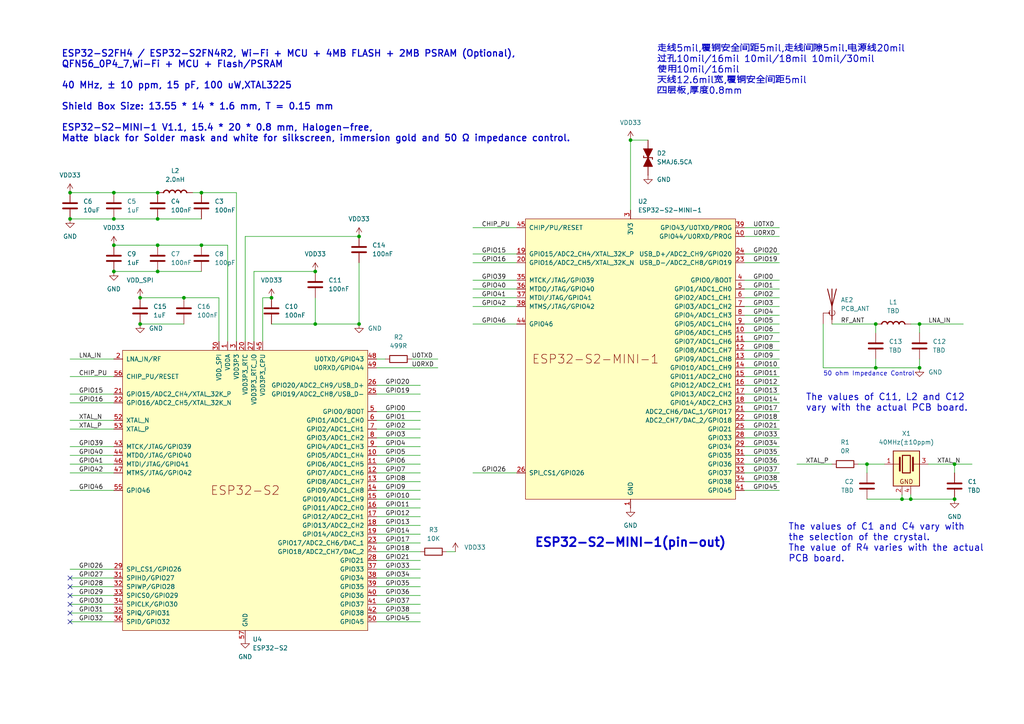
<source format=kicad_sch>
(kicad_sch (version 20250114) (generator "eeschema") (generator_version "9.0")
  (paper "A4")
  (lib_symbols
    (symbol "Device:Antenna_Shield" (pin_numbers (hide yes)) (pin_names (offset 1.016) (hide yes))
      (property "Reference" "AE" (at -1.905 4.445 0))
      (property "Value" "Antenna_Shield" (at -1.905 2.54 0))
      (symbol "Antenna_Shield_0_1"
        (arc (start 0 -2.667) (mid -0.8485 -2.1032) (end -0.508 -1.143))
        (polyline (pts (xy 0 5.08) (xy 0 -3.81)) (stroke (width 0.254)))
        (polyline (pts (xy 0 -2.54) (xy 0 0)))
        (arc (start 0.508 -1.143) (mid 0.8046 -2.0885) (end 0 -2.667))
        (polyline (pts (xy 0.762 -1.905) (xy 2.54 -1.905)))
        (circle (center 0.762 -1.905) (radius 0.1778) (fill (type outline)))
        (polyline (pts (xy 1.27 5.08) (xy 0 0) (xy -1.27 5.08)) (stroke (width 0.254)))
        (polyline (pts (xy 2.54 -2.54) (xy 2.54 -1.905)))
      )
      (symbol "Antenna_Shield_1_1"
        (pin input line (at 0 -5.08 90) (length 2.54) (name "A") (number "1"))
        (pin input line (at 2.54 -5.08 90) (length 2.54) (name "Shield") (number "2"))
      )
    )
    (symbol "PCM_Capacitor_AKL:C_1206" (pin_numbers (hide yes)) (pin_names (offset 0.254))
      (property "Reference" "C" (at 0.635 2.54 0))
      (property "Value" "C_1206" (at 0.635 -2.54 0))
      (symbol "C_1206_0_1"
        (polyline (pts (xy -2.032 0.762) (xy 2.032 0.762)) (stroke (width 0.508)))
        (polyline (pts (xy -2.032 -0.762) (xy 2.032 -0.762)) (stroke (width 0.508)))
      )
      (symbol "C_1206_0_2"
        (polyline (pts (xy -2.54 -2.54) (xy -0.381 -0.381)))
        (polyline (pts (xy -0.508 -0.508) (xy -1.651 0.635)) (stroke (width 0.508)))
        (polyline (pts (xy -0.508 -0.508) (xy 0.635 -1.651)) (stroke (width 0.508)))
        (polyline (pts (xy 0.381 0.381) (xy 2.54 2.54)))
        (polyline (pts (xy 0.508 0.508) (xy -0.635 1.651)) (stroke (width 0.508)))
        (polyline (pts (xy 0.508 0.508) (xy 1.651 -0.635)) (stroke (width 0.508)))
      )
      (symbol "C_1206_1_1"
        (pin passive line (at 0 3.81 270) (length 2.794) (name "~") (number "1"))
        (pin passive line (at 0 -3.81 90) (length 2.794) (name "~") (number "2"))
      )
      (symbol "C_1206_1_2"
        (pin passive line (at -2.54 -2.54 90) (length 0) (name "~") (number "2"))
        (pin passive line (at 2.54 2.54 270) (length 0) (name "~") (number "1"))
      )
    )
    (symbol "PCM_Crystal_AKL:SMD3225-4" (pin_names (offset 1.016) (hide yes))
      (property "Reference" "X" (at 0 8.89 0))
      (property "Value" "SMD3225-4" (at 0 6.35 0))
      (symbol "SMD3225-4_0_1"
        (rectangle (start -3.81 3.81) (end 3.81 -6.35) (stroke (width 0.254)) (fill (type background)))
        (polyline (pts (xy -3.81 0) (xy -1.905 0)))
        (polyline (pts (xy -1.905 -1.905) (xy -1.905 1.905)) (stroke (width 0.508)))
        (rectangle (start -1.143 2.54) (end 1.143 -2.54) (stroke (width 0.3048)))
        (polyline (pts (xy 1.905 -1.905) (xy 1.905 1.905)) (stroke (width 0.508)))
        (polyline (pts (xy 3.81 0) (xy 1.905 0)))
        (text "GND" (at 0 -5.08 0) (effects (font (size 1.27 1.27))))
      )
      (symbol "SMD3225-4_1_1"
        (pin passive line (at -6.35 0 0) (length 2.54) (name "1") (number "1"))
        (pin passive line (at -1.27 -8.89 90) (length 2.54) (name "2") (number "2"))
        (pin passive line (at 1.27 -8.89 90) (length 2.54) (name "4") (number "4"))
        (pin passive line (at 6.35 0 180) (length 2.54) (name "3") (number "3"))
      )
    )
    (symbol "PCM_Diode_TVS_AKL:SMAJ6.5CA" (pin_numbers (hide yes)) (pin_names (offset 1.016) (hide yes))
      (property "Reference" "D" (at 0 5.08 0))
      (property "Value" "SMAJ6.5CA" (at 0 2.54 0))
      (symbol "SMAJ6.5CA_0_1"
        (polyline (pts (xy 0 1.27) (xy 0 -1.27)) (stroke (width 0.254)))
        (polyline (pts (xy 0 1.27) (xy 0.508 1.27)) (stroke (width 0.254)))
        (polyline (pts (xy 0 0) (xy -2.54 1.27) (xy -2.54 -1.27) (xy 0 0)) (stroke (width 0.254)) (fill (type outline)))
        (polyline (pts (xy 0 -1.27) (xy -0.508 -1.27)) (stroke (width 0.254)))
        (polyline (pts (xy 1.27 0) (xy -1.27 0)))
        (polyline (pts (xy 2.54 1.27) (xy 2.54 -1.27) (xy 0 0) (xy 2.54 1.27)) (stroke (width 0.254)) (fill (type outline)))
      )
      (symbol "SMAJ6.5CA_0_2"
        (polyline (pts (xy -3.81 -3.81) (xy 3.81 3.81)))
        (polyline (pts (xy -1.778 -1.778) (xy -2.667 -0.889) (xy 0 0) (xy -0.889 -2.667) (xy -1.778 -1.778)) (stroke (width 0.254)) (fill (type outline)))
        (polyline (pts (xy -0.889 0.889) (xy -1.27 0.508)) (stroke (width 0.254)))
        (polyline (pts (xy -0.889 0.889) (xy 0.889 -0.889)) (stroke (width 0.254)))
        (polyline (pts (xy 0.889 -0.889) (xy 1.27 -0.508)) (stroke (width 0.254)))
        (polyline (pts (xy 1.778 1.778) (xy 2.667 0.889) (xy 0 0) (xy 0.889 2.667) (xy 1.778 1.778)) (stroke (width 0.254)) (fill (type outline)))
      )
      (symbol "SMAJ6.5CA_1_1"
        (pin passive line (at -5.08 0 0) (length 2.54) (name "K") (number "1"))
        (pin passive line (at 5.08 0 180) (length 2.54) (name "A") (number "2"))
      )
      (symbol "SMAJ6.5CA_1_2"
        (pin passive line (at -3.81 -3.81 0) (length 0) (name "A") (number "2"))
        (pin passive line (at 3.81 3.81 180) (length 0) (name "K") (number "1"))
      )
    )
    (symbol "PCM_Elektuur:L" (pin_numbers (hide yes)) (pin_names (offset 0) (hide yes))
      (property "Reference" "L" (at 2.54 3.175 0))
      (property "Value" "L" (at 2.54 -3.175 0))
      (symbol "L_1_0"
        (arc (start 0 3.302) (mid 0.6604 2.5146) (end 0 1.7272) (stroke (width 0.254)))
        (arc (start 0 1.6256) (mid 0.6604 0.8382) (end 0 0.0508) (stroke (width 0.254)))
        (arc (start 0 -0.0508) (mid 0.6604 -0.8382) (end 0 -1.6256) (stroke (width 0.254)))
        (arc (start 0 -1.7272) (mid 0.6604 -2.5146) (end 0 -3.302) (stroke (width 0.254)))
        (arc (start 0 3.4036) (mid 0.762 2.5146) (end 0 1.6256) (stroke (width 0.254)))
        (arc (start 0 1.7272) (mid 0.762 0.8382) (end 0 -0.0508) (stroke (width 0.254)))
        (arc (start 0 0.0508) (mid 0.762 -0.8382) (end 0 -1.7272) (stroke (width 0.254)))
        (arc (start 0 -1.6256) (mid 0.762 -2.5146) (end 0 -3.4036) (stroke (width 0.254)))
        (polyline (pts (xy 0 3.5052) (xy 0 3.302)) (stroke (width 0.254)))
        (polyline (pts (xy 0 1.7272) (xy 0 1.6256)) (stroke (width 0.254)))
        (polyline (pts (xy 0 0.0508) (xy 0 -0.0508)) (stroke (width 0.254)))
        (polyline (pts (xy 0 -1.6256) (xy 0 -1.7272)) (stroke (width 0.254)))
        (polyline (pts (xy 0 -3.302) (xy 0 -3.5052)) (stroke (width 0.254)))
        (pin passive line (at 0 5.08 270) (length 1.5748) (name "+") (number "1"))
        (pin passive line (at 0 -5.08 90) (length 1.5748) (name "-") (number "2"))
      )
      (symbol "L_1_2"
        (rectangle (start 1.524 3.3782) (end 1.9812 -3.3782) (stroke (width 0.254)) (fill (type outline)))
      )
      (symbol "L_1_3"
        (rectangle (start 1.524 3.0988) (end 1.9812 1.9304) (stroke (width 0.254)) (fill (type outline)))
        (rectangle (start 1.524 1.4224) (end 1.9812 0.254) (stroke (width 0.254)) (fill (type outline)))
        (rectangle (start 1.524 -0.254) (end 1.9812 -1.4224) (stroke (width 0.254)) (fill (type outline)))
        (rectangle (start 1.524 -1.9304) (end 1.9812 -3.0988) (stroke (width 0.254)) (fill (type outline)))
      )
    )
    (symbol "PCM_Espressif:ESP32-S2" (pin_names (offset 1.016))
      (property "Reference" "U" (at -35.56 45.72 0))
      (property "Value" "ESP32-S2" (at -35.56 43.18 0))
      (symbol "ESP32-S2_0_0"
        (text "ESP32-S2" (at 0 0 0) (effects (font (size 2.54 2.54))))
      )
      (symbol "ESP32-S2_0_1"
        (rectangle (start -35.56 40.64) (end 35.56 -40.64) (fill (type background)))
      )
      (symbol "ESP32-S2_1_1"
        (pin bidirectional line (at -38.1 38.1 0) (length 2.54) (name "LNA_IN/RF") (number "2"))
        (pin bidirectional line (at -38.1 33.02 0) (length 2.54) (name "CHIP_PU/RESET") (number "56"))
        (pin bidirectional line (at -38.1 27.94 0) (length 2.54) (name "GPIO15/ADC2_CH4/XTAL_32K_P") (number "21"))
        (pin bidirectional line (at -38.1 25.4 0) (length 2.54) (name "GPIO16/ADC2_CH5/XTAL_32K_N") (number "22"))
        (pin output line (at -38.1 20.32 0) (length 2.54) (name "XTAL_N") (number "52"))
        (pin input line (at -38.1 17.78 0) (length 2.54) (name "XTAL_P") (number "53"))
        (pin input line (at -38.1 12.7 0) (length 2.54) (name "MTCK/JTAG/GPIO39") (number "43"))
        (pin output line (at -38.1 10.16 0) (length 2.54) (name "MTDO/JTAG/GPIO40") (number "44"))
        (pin input line (at -38.1 7.62 0) (length 2.54) (name "MTDI/JTAG/GPIO41") (number "46"))
        (pin output line (at -38.1 5.08 0) (length 2.54) (name "MTMS/JTAG/GPIO42") (number "47"))
        (pin input line (at -38.1 0 0) (length 2.54) (name "GPIO46") (number "55"))
        (pin bidirectional line (at -38.1 -22.86 0) (length 2.54) (name "SPI_CS1/GPIO26") (number "29"))
        (pin bidirectional line (at -38.1 -25.4 0) (length 2.54) (name "SPIHD/GPIO27") (number "31"))
        (pin bidirectional line (at -38.1 -27.94 0) (length 2.54) (name "SPIWP/GPIO28") (number "32"))
        (pin bidirectional line (at -38.1 -30.48 0) (length 2.54) (name "SPICS0/GPIO29") (number "33"))
        (pin bidirectional line (at -38.1 -33.02 0) (length 2.54) (name "SPICLK/GPIO30") (number "34"))
        (pin bidirectional line (at -38.1 -35.56 0) (length 2.54) (name "SPIQ/GPIO31") (number "35"))
        (pin bidirectional line (at -38.1 -38.1 0) (length 2.54) (name "SPID/GPIO32") (number "36"))
        (pin power_out line (at -7.62 43.18 270) (length 2.54) (name "VDD_SPI") (number "30"))
        (pin power_in line (at -5.08 43.18 270) (length 2.54) (name "VDDA") (number "1"))
        (pin passive line (at -5.08 43.18 270) (length 2.54) (hide yes) (name "VDDA") (number "51"))
        (pin passive line (at -5.08 43.18 270) (length 2.54) (hide yes) (name "VDDA") (number "54"))
        (pin power_in line (at -2.54 43.18 270) (length 2.54) (name "VDD3P3") (number "3"))
        (pin passive line (at -2.54 43.18 270) (length 2.54) (hide yes) (name "VDD3P3") (number "4"))
        (pin power_in line (at 0 43.18 270) (length 2.54) (name "VDD3P3_RTC") (number "20"))
        (pin power_in line (at 0 -43.18 90) (length 2.54) (name "GND") (number "57"))
        (pin power_in line (at 2.54 43.18 270) (length 2.54) (name "VDD3P3_RTC_IO") (number "27"))
        (pin power_in line (at 5.08 43.18 270) (length 2.54) (name "VDD3P3_CPU") (number "45"))
        (pin bidirectional line (at 38.1 38.1 180) (length 2.54) (name "U0TXD/GPIO43") (number "48"))
        (pin bidirectional line (at 38.1 35.56 180) (length 2.54) (name "U0RXD/GPIO44") (number "49"))
        (pin bidirectional line (at 38.1 30.48 180) (length 2.54) (name "GPIO20/ADC2_CH9/USB_D+") (number "26"))
        (pin bidirectional line (at 38.1 27.94 180) (length 2.54) (name "GPIO19/ADC2_CH8/USB_D-") (number "25"))
        (pin bidirectional line (at 38.1 22.86 180) (length 2.54) (name "GPIO0/BOOT") (number "5"))
        (pin bidirectional line (at 38.1 20.32 180) (length 2.54) (name "GPIO1/ADC1_CH0") (number "6"))
        (pin bidirectional line (at 38.1 17.78 180) (length 2.54) (name "GPIO2/ADC1_CH1") (number "7"))
        (pin bidirectional line (at 38.1 15.24 180) (length 2.54) (name "GPIO3/ADC1_CH2") (number "8"))
        (pin bidirectional line (at 38.1 12.7 180) (length 2.54) (name "GPIO4/ADC1_CH3") (number "9"))
        (pin bidirectional line (at 38.1 10.16 180) (length 2.54) (name "GPIO5/ADC1_CH4") (number "10"))
        (pin bidirectional line (at 38.1 7.62 180) (length 2.54) (name "GPIO6/ADC1_CH5") (number "11"))
        (pin bidirectional line (at 38.1 5.08 180) (length 2.54) (name "GPIO7/ADC1_CH6") (number "12"))
        (pin bidirectional line (at 38.1 2.54 180) (length 2.54) (name "GPIO8/ADC1_CH7") (number "13"))
        (pin bidirectional line (at 38.1 0 180) (length 2.54) (name "GPIO9/ADC1_CH8") (number "14"))
        (pin bidirectional line (at 38.1 -2.54 180) (length 2.54) (name "GPIO10/ADC1_CH9") (number "15"))
        (pin bidirectional line (at 38.1 -5.08 180) (length 2.54) (name "GPIO11/ADC2_CH0") (number "16"))
        (pin bidirectional line (at 38.1 -7.62 180) (length 2.54) (name "GPIO12/ADC2_CH1") (number "17"))
        (pin bidirectional line (at 38.1 -10.16 180) (length 2.54) (name "GPIO13/ADC2_CH2") (number "18"))
        (pin bidirectional line (at 38.1 -12.7 180) (length 2.54) (name "GPIO14/ADC2_CH3") (number "19"))
        (pin bidirectional line (at 38.1 -15.24 180) (length 2.54) (name "GPIO17/ADC2_CH6/DAC_1") (number "23"))
        (pin bidirectional line (at 38.1 -17.78 180) (length 2.54) (name "GPIO18/ADC2_CH7/DAC_2") (number "24"))
        (pin bidirectional line (at 38.1 -20.32 180) (length 2.54) (name "GPIO21") (number "28"))
        (pin bidirectional line (at 38.1 -22.86 180) (length 2.54) (name "GPIO33") (number "37"))
        (pin bidirectional line (at 38.1 -25.4 180) (length 2.54) (name "GPIO34") (number "38"))
        (pin bidirectional line (at 38.1 -27.94 180) (length 2.54) (name "GPIO35") (number "39"))
        (pin bidirectional line (at 38.1 -30.48 180) (length 2.54) (name "GPIO36") (number "40"))
        (pin bidirectional line (at 38.1 -33.02 180) (length 2.54) (name "GPIO37") (number "41"))
        (pin bidirectional line (at 38.1 -35.56 180) (length 2.54) (name "GPIO38") (number "42"))
        (pin bidirectional line (at 38.1 -38.1 180) (length 2.54) (name "GPIO45") (number "50"))
      )
    )
    (symbol "PCM_Espressif:ESP32-S2-MINI-1" (pin_names (offset 1.016))
      (property "Reference" "U" (at -30.48 45.72 0))
      (property "Value" "ESP32-S2-MINI-1" (at -30.48 43.18 0))
      (symbol "ESP32-S2-MINI-1_0_0"
        (pin bidirectional line (at -33.02 38.1 0) (length 2.54) (name "CHIP/PU/RESET") (number "45"))
        (pin input line (at -33.02 10.16 0) (length 2.54) (name "GPIO46") (number "44"))
        (pin power_in line (at 0 -43.18 90) (length 2.54) (name "GND") (number "1"))
        (pin passive line (at 0 -43.18 90) (length 2.54) (hide yes) (name "GND") (number "43"))
        (pin passive line (at 0 -43.18 90) (length 2.54) (hide yes) (name "GND") (number "46"))
        (pin passive line (at 0 -43.18 90) (length 2.54) (hide yes) (name "GND") (number "47"))
        (pin passive line (at 0 -43.18 90) (length 2.54) (hide yes) (name "GND") (number "48"))
        (pin passive line (at 0 -43.18 90) (length 2.54) (hide yes) (name "GND") (number "49"))
        (pin passive line (at 0 -43.18 90) (length 2.54) (hide yes) (name "GND") (number "50"))
        (pin passive line (at 0 -43.18 90) (length 2.54) (hide yes) (name "GND") (number "51"))
        (pin passive line (at 0 -43.18 90) (length 2.54) (hide yes) (name "GND") (number "52"))
        (pin passive line (at 0 -43.18 90) (length 2.54) (hide yes) (name "GND") (number "53"))
        (pin passive line (at 0 -43.18 90) (length 2.54) (hide yes) (name "GND") (number "54"))
        (pin passive line (at 0 -43.18 90) (length 2.54) (hide yes) (name "GND") (number "55"))
        (pin passive line (at 0 -43.18 90) (length 2.54) (hide yes) (name "GND") (number "56"))
        (pin passive line (at 0 -43.18 90) (length 2.54) (hide yes) (name "GND") (number "57"))
        (pin passive line (at 0 -43.18 90) (length 2.54) (hide yes) (name "GND") (number "58"))
        (pin passive line (at 0 -43.18 90) (length 2.54) (hide yes) (name "GND") (number "59"))
        (pin passive line (at 0 -43.18 90) (length 2.54) (hide yes) (name "GND") (number "60"))
        (pin passive line (at 0 -43.18 90) (length 2.54) (hide yes) (name "GND") (number "61"))
        (pin passive line (at 0 -43.18 90) (length 2.54) (hide yes) (name "GND") (number "62"))
        (pin passive line (at 0 -43.18 90) (length 2.54) (hide yes) (name "GND") (number "63"))
        (pin passive line (at 0 -43.18 90) (length 2.54) (hide yes) (name "GND") (number "64"))
        (pin passive line (at 0 -43.18 90) (length 2.54) (hide yes) (name "GND") (number "65"))
      )
      (symbol "ESP32-S2-MINI-1_0_1"
        (rectangle (start -30.48 40.64) (end 30.48 -40.64) (fill (type background)))
      )
      (symbol "ESP32-S2-MINI-1_1_1"
        (text "ESP32-S2-MINI-1" (at -10.16 0 0) (effects (font (size 2.54 2.54))))
        (pin bidirectional line (at -33.02 30.48 0) (length 2.54) (name "GPIO15/ADC2_CH4/XTAL_32K_P") (number "19"))
        (pin bidirectional line (at -33.02 27.94 0) (length 2.54) (name "GPIO16/ADC2_CH5/XTAL_32K_N") (number "20"))
        (pin bidirectional line (at -33.02 22.86 0) (length 2.54) (name "MTCK/JTAG/GPIO39") (number "35"))
        (pin bidirectional line (at -33.02 20.32 0) (length 2.54) (name "MTDO/JTAG/GPIO40") (number "36"))
        (pin bidirectional line (at -33.02 17.78 0) (length 2.54) (name "MTDI/JTAG/GPIO41") (number "37"))
        (pin bidirectional line (at -33.02 15.24 0) (length 2.54) (name "MTMS/JTAG/GPIO42") (number "38"))
        (pin bidirectional line (at -33.02 -33.02 0) (length 2.54) (name "SPI_CS1/GPIO26") (number "26"))
        (pin no_connect line (at -30.48 -38.1 0) (length 2.54) (hide yes) (name "NC") (number "27"))
        (pin power_in line (at 0 43.18 270) (length 2.54) (name "3V3") (number "3"))
        (pin passive line (at 0 -43.18 90) (length 2.54) (hide yes) (name "GND") (number "2"))
        (pin passive line (at 0 -43.18 90) (length 2.54) (hide yes) (name "GND") (number "30"))
        (pin passive line (at 0 -43.18 90) (length 2.54) (hide yes) (name "GND") (number "42"))
        (pin bidirectional line (at 33.02 38.1 180) (length 2.54) (name "GPIO43/U0TXD/PROG") (number "39"))
        (pin bidirectional line (at 33.02 35.56 180) (length 2.54) (name "GPIO44/U0RXD/PROG") (number "40"))
        (pin bidirectional line (at 33.02 30.48 180) (length 2.54) (name "USB_D+/ADC2_CH9/GPIO20") (number "24"))
        (pin bidirectional line (at 33.02 27.94 180) (length 2.54) (name "USB_D-/ADC2_CH8/GPIO19") (number "23"))
        (pin bidirectional line (at 33.02 22.86 180) (length 2.54) (name "GPIO0/BOOT") (number "4"))
        (pin bidirectional line (at 33.02 20.32 180) (length 2.54) (name "GPIO1/ADC1_CH0") (number "5"))
        (pin bidirectional line (at 33.02 17.78 180) (length 2.54) (name "GPIO2/ADC1_CH1") (number "6"))
        (pin bidirectional line (at 33.02 15.24 180) (length 2.54) (name "GPIO3/ADC1_CH2") (number "7"))
        (pin bidirectional line (at 33.02 12.7 180) (length 2.54) (name "GPIO4/ADC1_CH3") (number "8"))
        (pin bidirectional line (at 33.02 10.16 180) (length 2.54) (name "GPIO5/ADC1_CH4") (number "9"))
        (pin bidirectional line (at 33.02 7.62 180) (length 2.54) (name "GPIO6/ADC1_CH5") (number "10"))
        (pin bidirectional line (at 33.02 5.08 180) (length 2.54) (name "GPIO7/ADC1_CH6") (number "11"))
        (pin bidirectional line (at 33.02 2.54 180) (length 2.54) (name "GPIO8/ADC1_CH7") (number "12"))
        (pin bidirectional line (at 33.02 0 180) (length 2.54) (name "GPIO9/ADC1_CH8") (number "13"))
        (pin bidirectional line (at 33.02 -2.54 180) (length 2.54) (name "GPIO10/ADC1_CH9") (number "14"))
        (pin bidirectional line (at 33.02 -5.08 180) (length 2.54) (name "GPIO11/ADC2_CH0") (number "15"))
        (pin bidirectional line (at 33.02 -7.62 180) (length 2.54) (name "GPIO12/ADC2_CH1") (number "16"))
        (pin bidirectional line (at 33.02 -10.16 180) (length 2.54) (name "GPIO13/ADC2_CH2") (number "17"))
        (pin bidirectional line (at 33.02 -12.7 180) (length 2.54) (name "GPIO14/ADC2_CH3") (number "18"))
        (pin bidirectional line (at 33.02 -15.24 180) (length 2.54) (name "ADC2_CH6/DAC_1/GPIO17") (number "21"))
        (pin bidirectional line (at 33.02 -17.78 180) (length 2.54) (name "ADC2_CH7/DAC_2/GPIO18") (number "22"))
        (pin bidirectional line (at 33.02 -20.32 180) (length 2.54) (name "GPIO21") (number "25"))
        (pin bidirectional line (at 33.02 -22.86 180) (length 2.54) (name "GPIO33") (number "28"))
        (pin bidirectional line (at 33.02 -25.4 180) (length 2.54) (name "GPIO34") (number "29"))
        (pin bidirectional line (at 33.02 -27.94 180) (length 2.54) (name "GPIO35") (number "31"))
        (pin bidirectional line (at 33.02 -30.48 180) (length 2.54) (name "GPIO36") (number "32"))
        (pin bidirectional line (at 33.02 -33.02 180) (length 2.54) (name "GPIO37") (number "33"))
        (pin bidirectional line (at 33.02 -35.56 180) (length 2.54) (name "GPIO38") (number "34"))
        (pin bidirectional line (at 33.02 -38.1 180) (length 2.54) (name "GPIO45") (number "41"))
      )
    )
    (symbol "PCM_Resistor_AKL:R_1206" (pin_numbers (hide yes)) (pin_names (offset 0))
      (property "Reference" "R" (at 2.54 1.27 0))
      (property "Value" "R_1206" (at 2.54 -1.27 0))
      (symbol "R_1206_0_1"
        (rectangle (start -1.016 2.54) (end 1.016 -2.54) (stroke (width 0.254)))
      )
      (symbol "R_1206_0_2"
        (polyline (pts (xy -2.54 -2.54) (xy -1.524 -1.524)))
        (polyline (pts (xy 1.524 1.524) (xy 2.54 2.54)))
        (polyline (pts (xy 1.524 1.524) (xy 0.889 2.159) (xy -2.159 -0.889) (xy -0.889 -2.159) (xy 2.159 0.889) (xy 1.524 1.524)) (stroke (width 0.254)))
      )
      (symbol "R_1206_1_1"
        (pin passive line (at 0 3.81 270) (length 1.27) (name "~") (number "1"))
        (pin passive line (at 0 -3.81 90) (length 1.27) (name "~") (number "2"))
      )
      (symbol "R_1206_1_2"
        (pin passive line (at -2.54 -2.54 0) (length 0) (name "") (number "2"))
        (pin passive line (at 2.54 2.54 180) (length 0) (name "") (number "1"))
      )
    )
    (symbol "power:+3.3V" (power) (pin_numbers (hide yes)) (pin_names (offset 0) (hide yes))
      (property "Value" "+3.3V" (at 0 3.556 0))
      (symbol "+3.3V_0_1"
        (polyline (pts (xy -0.762 1.27) (xy 0 2.54)))
        (polyline (pts (xy 0 2.54) (xy 0.762 1.27)))
        (polyline (pts (xy 0 0) (xy 0 2.54)))
      )
      (symbol "+3.3V_1_1"
        (pin power_in line (at 0 0 90) (length 0) (name "~") (number "1"))
      )
    )
    (symbol "power:GND" (power) (pin_numbers (hide yes)) (pin_names (offset 0) (hide yes))
      (property "Value" "GND" (at 0 -3.81 0))
      (symbol "GND_0_1"
        (polyline (pts (xy 0 0) (xy 0 -1.27) (xy 1.27 -1.27) (xy 0 -2.54) (xy -1.27 -1.27) (xy 0 -1.27)))
      )
      (symbol "GND_1_1"
        (pin power_in line (at 0 0 270) (length 0) (name "~") (number "1"))
      )
    )
  )
  (text "The values of C11, L2 and C12\nvary with the actual PCB board." (exclude_from_sim yes) (at 233.68 116.84 0) (effects (font (size 1.905 1.905) (thickness 0.2381)) (justify left)))
  (text "50 ohm Impedance Control" (at 238.76 109.22 0) (effects (font (size 1.27 1.27)) (justify left bottom)))
  (text "ESP32-S2-MINI-1(pin-out)" (exclude_from_sim yes) (at 154.94 157.48 0) (effects (font (size 2.54 2.54) (thickness 0.508) (bold yes)) (justify left)))
  (text "ESP32-S2FH4 / ESP32-S2FN4R2, Wi-Fi + MCU + 4MB FLASH + 2MB PSRAM (Optional),\nQFN56_0P4_7,Wi-Fi + MCU + Flash/PSRAM\n\n40 MHz, ± 10 ppm, 15 pF, 100 uW,XTAL3225\n\nShield Box Size: 13.55 * 14 * 1.6 mm, T = 0.15 mm\n\nESP32-S2-MINI-1 V1.1, 15.4 * 20 * 0.8 mm, Halogen-free, \nMatte black for Solder mask and white for silkscreen, immersion gold and 50 Ω impedance control." (exclude_from_sim yes) (at 17.78 27.94 0) (effects (font (size 1.905 1.905) (thickness 0.3175)) (justify left)))
  (text "走线5mil,覆铜安全间距5mil,走线间隙5mil.电源线20mil\n过孔10mil/16mil 10mil/18mil 10mil/30mil\n使用10mil/16mil\n天线12.6mil宽,覆铜安全间距5mil\n四层板,厚度0.8mm" (exclude_from_sim yes) (at 190.5 20.32 0) (effects (font (size 1.905 1.905) (thickness 0.2381)) (justify left)))
  (text "The values of C1 and C4 vary with\nthe selection of the crystal.\nThe value of R4 varies with the actual\nPCB board." (exclude_from_sim yes) (at 228.6 157.48 0) (effects (font (size 1.905 1.905) (thickness 0.2381)) (justify left)))
  (junction (at 261.62 144.78))
  (junction (at 40.64 93.98))
  (junction (at 33.02 63.5))
  (junction (at 276.86 144.78))
  (junction (at 53.34 86.36))
  (junction (at 104.14 68.58))
  (junction (at 45.72 63.5))
  (junction (at 20.32 63.5))
  (junction (at 104.14 93.98))
  (junction (at 78.74 86.36))
  (junction (at 91.44 93.98))
  (junction (at 58.42 71.12))
  (junction (at 45.72 55.88))
  (junction (at 254 106.68))
  (junction (at 33.02 78.74))
  (junction (at 91.44 78.74))
  (junction (at 182.88 40.64))
  (junction (at 45.72 71.12))
  (junction (at 33.02 71.12))
  (junction (at 276.86 134.62))
  (junction (at 251.46 134.62))
  (junction (at 254 93.98))
  (junction (at 264.16 144.78))
  (junction (at 266.7 93.98))
  (junction (at 40.64 86.36))
  (junction (at 45.72 78.74))
  (junction (at 33.02 55.88))
  (junction (at 20.32 55.88))
  (junction (at 58.42 55.88))
  (junction (at 266.7 106.68))
  (no_connect (at 20.32 172.72))
  (no_connect (at 20.32 177.8))
  (no_connect (at 20.32 170.18))
  (no_connect (at 20.32 180.34))
  (no_connect (at 20.32 167.64))
  (no_connect (at 20.32 175.26))
  (wire (pts (xy 109.22 142.24) (xy 121.92 142.24)))
  (wire (pts (xy 215.9 91.44) (xy 226.06 91.44)))
  (wire (pts (xy 137.16 137.16) (xy 149.86 137.16)))
  (wire (pts (xy 109.22 167.64) (xy 121.92 167.64)))
  (wire (pts (xy 109.22 160.02) (xy 121.92 160.02)))
  (wire (pts (xy 109.22 157.48) (xy 121.92 157.48)))
  (wire (pts (xy 215.9 124.46) (xy 226.06 124.46)))
  (wire (pts (xy 33.02 63.5) (xy 45.72 63.5)))
  (wire (pts (xy 276.86 134.62) (xy 281.94 134.62)))
  (wire (pts (xy 76.2 86.36) (xy 78.74 86.36)))
  (wire (pts (xy 137.16 83.82) (xy 149.86 83.82)))
  (wire (pts (xy 137.16 81.28) (xy 149.86 81.28)))
  (wire (pts (xy 71.12 68.58) (xy 71.12 99.06)))
  (wire (pts (xy 254 93.98) (xy 254 96.52)))
  (wire (pts (xy 45.72 78.74) (xy 58.42 78.74)))
  (wire (pts (xy 20.32 175.26) (xy 33.02 175.26)))
  (wire (pts (xy 109.22 144.78) (xy 121.92 144.78)))
  (wire (pts (xy 109.22 180.34) (xy 121.92 180.34)))
  (wire (pts (xy 215.9 104.14) (xy 226.06 104.14)))
  (wire (pts (xy 91.44 93.98) (xy 91.44 86.36)))
  (wire (pts (xy 58.42 71.12) (xy 66.04 71.12)))
  (wire (pts (xy 66.04 99.06) (xy 66.04 71.12)))
  (wire (pts (xy 119.38 104.14) (xy 127 104.14)))
  (wire (pts (xy 109.22 127) (xy 121.92 127)))
  (wire (pts (xy 109.22 129.54) (xy 121.92 129.54)))
  (wire (pts (xy 104.14 68.58) (xy 71.12 68.58)))
  (wire (pts (xy 53.34 86.36) (xy 63.5 86.36)))
  (wire (pts (xy 231.14 134.62) (xy 241.3 134.62)))
  (wire (pts (xy 215.9 88.9) (xy 226.06 88.9)))
  (wire (pts (xy 20.32 170.18) (xy 33.02 170.18)))
  (wire (pts (xy 109.22 111.76) (xy 121.92 111.76)))
  (wire (pts (xy 215.9 121.92) (xy 226.06 121.92)))
  (wire (pts (xy 40.64 86.36) (xy 53.34 86.36)))
  (wire (pts (xy 20.32 142.24) (xy 33.02 142.24)))
  (wire (pts (xy 20.32 132.08) (xy 33.02 132.08)))
  (wire (pts (xy 215.9 132.08) (xy 226.06 132.08)))
  (wire (pts (xy 129.54 160.02) (xy 132.08 160.02)))
  (wire (pts (xy 238.76 93.98) (xy 238.76 106.68)))
  (wire (pts (xy 276.86 134.62) (xy 276.86 137.16)))
  (wire (pts (xy 45.72 63.5) (xy 58.42 63.5)))
  (wire (pts (xy 33.02 78.74) (xy 45.72 78.74)))
  (wire (pts (xy 215.9 96.52) (xy 226.06 96.52)))
  (wire (pts (xy 215.9 119.38) (xy 226.06 119.38)))
  (wire (pts (xy 254 104.14) (xy 254 106.68)))
  (wire (pts (xy 215.9 127) (xy 226.06 127)))
  (wire (pts (xy 20.32 121.92) (xy 33.02 121.92)))
  (wire (pts (xy 215.9 116.84) (xy 226.06 116.84)))
  (wire (pts (xy 109.22 165.1) (xy 121.92 165.1)))
  (wire (pts (xy 20.32 165.1) (xy 33.02 165.1)))
  (wire (pts (xy 215.9 86.36) (xy 226.06 86.36)))
  (wire (pts (xy 215.9 73.66) (xy 226.06 73.66)))
  (wire (pts (xy 20.32 55.88) (xy 33.02 55.88)))
  (wire (pts (xy 182.88 40.64) (xy 182.88 60.96)))
  (wire (pts (xy 109.22 137.16) (xy 121.92 137.16)))
  (wire (pts (xy 137.16 86.36) (xy 149.86 86.36)))
  (wire (pts (xy 251.46 134.62) (xy 251.46 137.16)))
  (wire (pts (xy 33.02 71.12) (xy 45.72 71.12)))
  (wire (pts (xy 55.88 55.88) (xy 58.42 55.88)))
  (wire (pts (xy 68.58 99.06) (xy 68.58 55.88)))
  (wire (pts (xy 109.22 121.92) (xy 121.92 121.92)))
  (wire (pts (xy 215.9 106.68) (xy 226.06 106.68)))
  (wire (pts (xy 137.16 66.04) (xy 149.86 66.04)))
  (wire (pts (xy 266.7 96.52) (xy 266.7 93.98)))
  (wire (pts (xy 109.22 124.46) (xy 121.92 124.46)))
  (wire (pts (xy 137.16 93.98) (xy 149.86 93.98)))
  (wire (pts (xy 76.2 99.06) (xy 76.2 86.36)))
  (wire (pts (xy 238.76 106.68) (xy 254 106.68)))
  (wire (pts (xy 109.22 162.56) (xy 121.92 162.56)))
  (wire (pts (xy 63.5 86.36) (xy 63.5 99.06)))
  (wire (pts (xy 266.7 93.98) (xy 279.4 93.98)))
  (wire (pts (xy 109.22 149.86) (xy 121.92 149.86)))
  (wire (pts (xy 215.9 139.7) (xy 226.06 139.7)))
  (wire (pts (xy 91.44 93.98) (xy 104.14 93.98)))
  (wire (pts (xy 215.9 68.58) (xy 226.06 68.58)))
  (wire (pts (xy 215.9 101.6) (xy 226.06 101.6)))
  (wire (pts (xy 20.32 114.3) (xy 33.02 114.3)))
  (wire (pts (xy 45.72 55.88) (xy 33.02 55.88)))
  (wire (pts (xy 91.44 78.74) (xy 73.66 78.74)))
  (wire (pts (xy 215.9 134.62) (xy 226.06 134.62)))
  (wire (pts (xy 266.7 106.68) (xy 266.7 104.14)))
  (wire (pts (xy 73.66 78.74) (xy 73.66 99.06)))
  (wire (pts (xy 109.22 170.18) (xy 121.92 170.18)))
  (wire (pts (xy 261.62 143.51) (xy 261.62 144.78)))
  (wire (pts (xy 20.32 63.5) (xy 33.02 63.5)))
  (wire (pts (xy 20.32 134.62) (xy 33.02 134.62)))
  (wire (pts (xy 109.22 119.38) (xy 121.92 119.38)))
  (wire (pts (xy 40.64 93.98) (xy 53.34 93.98)))
  (wire (pts (xy 215.9 83.82) (xy 226.06 83.82)))
  (wire (pts (xy 20.32 167.64) (xy 33.02 167.64)))
  (wire (pts (xy 20.32 137.16) (xy 33.02 137.16)))
  (wire (pts (xy 137.16 76.2) (xy 149.86 76.2)))
  (wire (pts (xy 109.22 175.26) (xy 121.92 175.26)))
  (wire (pts (xy 215.9 137.16) (xy 226.06 137.16)))
  (wire (pts (xy 251.46 134.62) (xy 256.54 134.62)))
  (wire (pts (xy 215.9 81.28) (xy 226.06 81.28)))
  (wire (pts (xy 109.22 154.94) (xy 121.92 154.94)))
  (wire (pts (xy 109.22 152.4) (xy 121.92 152.4)))
  (wire (pts (xy 20.32 124.46) (xy 33.02 124.46)))
  (wire (pts (xy 215.9 111.76) (xy 226.06 111.76)))
  (wire (pts (xy 251.46 144.78) (xy 261.62 144.78)))
  (wire (pts (xy 109.22 177.8) (xy 121.92 177.8)))
  (wire (pts (xy 215.9 76.2) (xy 226.06 76.2)))
  (wire (pts (xy 109.22 132.08) (xy 121.92 132.08)))
  (wire (pts (xy 215.9 114.3) (xy 226.06 114.3)))
  (wire (pts (xy 20.32 109.22) (xy 33.02 109.22)))
  (wire (pts (xy 248.92 134.62) (xy 251.46 134.62)))
  (wire (pts (xy 109.22 106.68) (xy 127 106.68)))
  (wire (pts (xy 261.62 144.78) (xy 264.16 144.78)))
  (wire (pts (xy 241.3 93.98) (xy 254 93.98)))
  (wire (pts (xy 215.9 66.04) (xy 226.06 66.04)))
  (wire (pts (xy 20.32 180.34) (xy 33.02 180.34)))
  (wire (pts (xy 264.16 143.51) (xy 264.16 144.78)))
  (wire (pts (xy 20.32 104.14) (xy 33.02 104.14)))
  (wire (pts (xy 45.72 71.12) (xy 58.42 71.12)))
  (wire (pts (xy 109.22 114.3) (xy 121.92 114.3)))
  (wire (pts (xy 137.16 73.66) (xy 149.86 73.66)))
  (wire (pts (xy 269.24 134.62) (xy 276.86 134.62)))
  (wire (pts (xy 215.9 109.22) (xy 226.06 109.22)))
  (wire (pts (xy 109.22 147.32) (xy 121.92 147.32)))
  (wire (pts (xy 109.22 172.72) (xy 121.92 172.72)))
  (wire (pts (xy 254 106.68) (xy 266.7 106.68)))
  (wire (pts (xy 215.9 129.54) (xy 226.06 129.54)))
  (wire (pts (xy 137.16 88.9) (xy 149.86 88.9)))
  (wire (pts (xy 20.32 177.8) (xy 33.02 177.8)))
  (wire (pts (xy 109.22 139.7) (xy 121.92 139.7)))
  (wire (pts (xy 58.42 55.88) (xy 68.58 55.88)))
  (wire (pts (xy 182.88 40.64) (xy 187.96 40.64)))
  (wire (pts (xy 109.22 134.62) (xy 121.92 134.62)))
  (wire (pts (xy 215.9 93.98) (xy 226.06 93.98)))
  (wire (pts (xy 215.9 99.06) (xy 226.06 99.06)))
  (wire (pts (xy 20.32 116.84) (xy 33.02 116.84)))
  (wire (pts (xy 215.9 142.24) (xy 226.06 142.24)))
  (wire (pts (xy 78.74 93.98) (xy 91.44 93.98)))
  (wire (pts (xy 264.16 144.78) (xy 276.86 144.78)))
  (wire (pts (xy 20.32 129.54) (xy 33.02 129.54)))
  (wire (pts (xy 109.22 104.14) (xy 111.76 104.14)))
  (wire (pts (xy 20.32 172.72) (xy 33.02 172.72)))
  (wire (pts (xy 266.7 93.98) (xy 264.16 93.98)))
  (wire (pts (xy 104.14 93.98) (xy 104.14 76.2)))
  (label "GPIO26" (at 139.7 137.16 0))
  (label "GPIO37" (at 111.76 175.26 0))
  (label "GPIO19" (at 111.76 114.3 0))
  (label "GPIO40" (at 22.86 132.08 0))
  (label "GPIO36" (at 218.44 134.62 0))
  (label "XTAL_N" (at 22.86 121.92 0))
  (label "GPIO39" (at 22.86 129.54 0))
  (label "GPIO26" (at 22.86 165.1 0))
  (label "GPIO13" (at 111.76 152.4 0))
  (label "GPIO3" (at 111.76 127 0))
  (label "GPIO10" (at 111.76 144.78 0))
  (label "GPIO16" (at 22.86 116.84 0))
  (label "GPIO40" (at 139.7 83.82 0))
  (label "GPIO5" (at 111.76 132.08 0))
  (label "GPIO42" (at 139.7 88.9 0))
  (label "GPIO19" (at 218.44 76.2 0))
  (label "GPIO27" (at 22.86 167.64 0))
  (label "GPIO18" (at 111.76 160.02 0))
  (label "GPIO46" (at 139.7 93.98 0))
  (label "GPIO20" (at 111.76 111.76 0))
  (label "GPIO33" (at 111.76 165.1 0))
  (label "GPIO37" (at 218.44 137.16 0))
  (label "GPIO8" (at 218.44 101.6 0))
  (label "GPIO36" (at 111.76 172.72 0))
  (label "GPIO9" (at 111.76 142.24 0))
  (label "GPIO35" (at 218.44 132.08 0))
  (label "GPIO1" (at 111.76 121.92 0))
  (label "GPIO16" (at 139.7 76.2 0))
  (label "GPIO34" (at 218.44 129.54 0))
  (label "GPIO45" (at 111.76 180.34 0))
  (label "GPIO35" (at 111.76 170.18 0))
  (label "GPIO32" (at 22.86 180.34 0))
  (label "GPIO17" (at 111.76 157.48 0))
  (label "GPIO41" (at 139.7 86.36 0))
  (label "GPIO14" (at 111.76 154.94 0))
  (label "GPIO15" (at 22.86 114.3 0))
  (label "GPIO29" (at 22.86 172.72 0))
  (label "GPIO0" (at 218.44 81.28 0))
  (label "GPIO11" (at 111.76 147.32 0))
  (label "GPIO7" (at 218.44 99.06 0))
  (label "GPIO12" (at 111.76 149.86 0))
  (label "GPIO1" (at 218.44 83.82 0))
  (label "GPIO42" (at 22.86 137.16 0))
  (label "GPIO6" (at 218.44 96.52 0))
  (label "GPIO20" (at 218.44 73.66 0))
  (label "LNA_IN" (at 22.86 104.14 0))
  (label "GPIO17" (at 218.44 119.38 0))
  (label "GPIO2" (at 111.76 124.46 0))
  (label "GPIO7" (at 111.76 137.16 0))
  (label "GPIO18" (at 218.44 121.92 0))
  (label "CHIP_PU" (at 139.7 66.04 0))
  (label "GPIO4" (at 111.76 129.54 0))
  (label "GPIO10" (at 218.44 106.68 0))
  (label "RF_ANT" (at 243.84 93.98 0))
  (label "XTAL_P" (at 22.86 124.46 0))
  (label "GPIO12" (at 218.44 111.76 0))
  (label "GPIO21" (at 111.76 162.56 0))
  (label "GPIO11" (at 218.44 109.22 0))
  (label "U0TXD" (at 218.44 66.04 0))
  (label "GPIO46" (at 22.86 142.24 0))
  (label "GPIO38" (at 111.76 177.8 0))
  (label "CHIP_PU" (at 22.86 109.22 0))
  (label "GPIO13" (at 218.44 114.3 0))
  (label "GPIO21" (at 218.44 124.46 0))
  (label "GPIO28" (at 22.86 170.18 0))
  (label "GPIO8" (at 111.76 139.7 0))
  (label "GPIO3" (at 218.44 88.9 0))
  (label "U0RXD" (at 119.38 106.68 0))
  (label "XTAL_N" (at 271.78 134.62 0))
  (label "GPIO15" (at 139.7 73.66 0))
  (label "GPIO2" (at 218.44 86.36 0))
  (label "GPIO31" (at 22.86 177.8 0))
  (label "GPIO41" (at 22.86 134.62 0))
  (label "GPIO33" (at 218.44 127 0))
  (label "GPIO0" (at 111.76 119.38 0))
  (label "XTAL_P" (at 233.68 134.62 0))
  (label "GPIO9" (at 218.44 104.14 0))
  (label "GPIO4" (at 218.44 91.44 0))
  (label "GPIO14" (at 218.44 116.84 0))
  (label "GPIO6" (at 111.76 134.62 0))
  (label "LNA_IN" (at 269.24 93.98 0))
  (label "GPIO34" (at 111.76 167.64 0))
  (label "GPIO39" (at 139.7 81.28 0))
  (label "GPIO45" (at 218.44 142.24 0))
  (label "U0RXD" (at 218.44 68.58 0))
  (label "GPIO30" (at 22.86 175.26 0))
  (label "GPIO38" (at 218.44 139.7 0))
  (label "GPIO5" (at 218.44 93.98 0))
  (label "U0TXD" (at 119.38 104.14 0))
  (symbol (lib_id "PCM_Capacitor_AKL:C_1206") (at 276.86 140.97 0) (mirror y) (unit 1)
    (property "Reference" "C1" (at 280.67 139.6999 0) (effects (justify right)))
    (property "Value" "TBD" (at 280.67 142.2399 0) (effects (justify right)))
    (property "Footprint" "PCM_Capacitor_SMD_AKL:C_1206_3216Metric" (effects (hide yes)))
    (property "Description" "SMD 1206 MLCC capacitor, Alternate KiCad Library" (effects (hide yes)))
  )
  (symbol (lib_id "PCM_Espressif:ESP32-S2-MINI-1") (at 182.88 104.14 0) (unit 1)
    (property "Reference" "U2" (at 185.0233 58.42 0) (effects (justify left)))
    (property "Value" "ESP32-S2-MINI-1" (at 185.0233 60.96 0) (effects (justify left)))
    (property "Footprint" "PCM_Espressif:ESP32-S2-MINI-1" (effects (hide yes)))
    (property "Datasheet" "https://www.espressif.com/sites/default/files/documentation/esp32-s2-mini-1_esp32-s2-mini-1u_datasheet_en.pdf" (effects (hide yes)))
    (property "Description" "ESP32-S2-MINI-1 and ESP32-S2-MINI-1U are two powerful, generic Wi-Fi MCU modules that have a rich set of peripherals. They are an ideal choice for a wide variety of application scenarios relating to Internet of Things (IoT), wearable electronics and smart home." (effects (hide yes)))
  )
  (symbol (lib_id "power:GND") (at 276.86 144.78 0) (unit 1)
    (property "Reference" "#PWR04" (effects (hide yes)))
    (property "Value" "GND" (at 276.86 149.86 0))
    (property "Description" "Power symbol creates a global label with name \"GND\" , ground" (effects (hide yes)))
  )
  (symbol (lib_id "power:GND") (at 104.14 93.98 0) (unit 1)
    (property "Reference" "#PWR016" (effects (hide yes)))
    (property "Value" "GND" (at 106.68 95.2499 0) (effects (justify left)))
    (property "Description" "Power symbol creates a global label with name \"GND\" , ground" (effects (hide yes)))
  )
  (symbol (lib_id "PCM_Capacitor_AKL:C_1206") (at 33.02 59.69 0) (unit 1)
    (property "Reference" "C5" (at 36.83 58.4199 0) (effects (justify left)))
    (property "Value" "1uF" (at 36.83 60.9599 0) (effects (justify left)))
    (property "Footprint" "PCM_Capacitor_SMD_AKL:C_1206_3216Metric" (effects (hide yes)))
    (property "Description" "SMD 1206 MLCC capacitor, Alternate KiCad Library" (effects (hide yes)))
  )
  (symbol (lib_id "power:+3.3V") (at 182.88 40.64 0) (unit 1)
    (property "Reference" "#PWR01" (effects (hide yes)))
    (property "Value" "VDD33" (at 182.88 35.56 0))
    (property "Description" "Power symbol creates a global label with name \"+3.3V\"" (effects (hide yes)))
  )
  (symbol (lib_id "PCM_Elektuur:L") (at 259.08 93.98 90) (unit 1)
    (property "Reference" "L1" (at 259.08 87.63 90))
    (property "Value" "TBD" (at 259.08 90.17 90))
    (property "Description" "coil/winding/inductor/choke/reactor" (effects (hide yes)))
    (property "Indicator" "●" (effects (hide yes)))
    (property "Rating" "A" (effects (hide yes)))
  )
  (symbol (lib_id "PCM_Capacitor_AKL:C_1206") (at 91.44 82.55 0) (unit 1)
    (property "Reference" "C11" (at 95.25 81.2799 0) (effects (justify left)))
    (property "Value" "100nF" (at 95.25 83.8199 0) (effects (justify left)))
    (property "Footprint" "PCM_Capacitor_SMD_AKL:C_1206_3216Metric" (effects (hide yes)))
    (property "Description" "SMD 1206 MLCC capacitor, Alternate KiCad Library" (effects (hide yes)))
  )
  (symbol (lib_id "Device:Antenna_Shield") (at 241.3 88.9 0) (mirror y) (unit 1)
    (property "Reference" "AE2" (at 243.84 86.9949 0) (effects (justify right)))
    (property "Value" "PCB_ANT" (at 243.84 89.5349 0) (effects (justify right)))
    (property "Description" "Antenna with extra pin for shielding" (effects (hide yes)))
  )
  (symbol (lib_id "PCM_Capacitor_AKL:C_1206") (at 251.46 140.97 0) (unit 1)
    (property "Reference" "C2" (at 247.65 139.6999 0) (effects (justify right)))
    (property "Value" "TBD" (at 247.65 142.2399 0) (effects (justify right)))
    (property "Footprint" "PCM_Capacitor_SMD_AKL:C_1206_3216Metric" (effects (hide yes)))
    (property "Description" "SMD 1206 MLCC capacitor, Alternate KiCad Library" (effects (hide yes)))
  )
  (symbol (lib_id "power:+3.3V") (at 132.08 160.02 0) (unit 1)
    (property "Reference" "#PWR017" (effects (hide yes)))
    (property "Value" "VDD33" (at 134.62 158.7499 0) (effects (justify left)))
    (property "Description" "Power symbol creates a global label with name \"+3.3V\"" (effects (hide yes)))
  )
  (symbol (lib_id "PCM_Capacitor_AKL:C_1206") (at 45.72 59.69 0) (unit 1)
    (property "Reference" "C4" (at 49.53 58.4199 0) (effects (justify left)))
    (property "Value" "100nF" (at 49.53 60.9599 0) (effects (justify left)))
    (property "Footprint" "PCM_Capacitor_SMD_AKL:C_1206_3216Metric" (effects (hide yes)))
    (property "Description" "SMD 1206 MLCC capacitor, Alternate KiCad Library" (effects (hide yes)))
  )
  (symbol (lib_id "power:GND") (at 187.96 50.8 0) (unit 1)
    (property "Reference" "#PWR03" (effects (hide yes)))
    (property "Value" "GND" (at 190.5 52.0699 0) (effects (justify left)))
    (property "Description" "Power symbol creates a global label with name \"GND\" , ground" (effects (hide yes)))
  )
  (symbol (lib_id "PCM_Crystal_AKL:SMD3225-4") (at 262.89 134.62 0) (unit 1)
    (property "Reference" "X1" (at 262.89 125.73 0))
    (property "Value" "40MHz(±10ppm)" (at 262.89 128.27 0))
    (property "Footprint" "PCM_Crystal_AKL:Crystal_SMD_3225-4Pin_3.2x2.5mm" (effects (hide yes)))
    (property "Description" "SMD Quartz crystal, 4 terminals, 3.2mm x 2.5mm, Alternate KiCad Library" (effects (hide yes)))
  )
  (symbol (lib_id "PCM_Capacitor_AKL:C_1206") (at 40.64 90.17 0) (unit 1)
    (property "Reference" "C15" (at 44.45 88.8999 0) (effects (justify left)))
    (property "Value" "1uF" (at 44.45 91.4399 0) (effects (justify left)))
    (property "Footprint" "PCM_Capacitor_SMD_AKL:C_1206_3216Metric" (effects (hide yes)))
    (property "Description" "SMD 1206 MLCC capacitor, Alternate KiCad Library" (effects (hide yes)))
  )
  (symbol (lib_id "PCM_Capacitor_AKL:C_1206") (at 78.74 90.17 0) (unit 1)
    (property "Reference" "C10" (at 82.55 88.8999 0) (effects (justify left)))
    (property "Value" "100nF" (at 82.55 91.4399 0) (effects (justify left)))
    (property "Footprint" "PCM_Capacitor_SMD_AKL:C_1206_3216Metric" (effects (hide yes)))
    (property "Description" "SMD 1206 MLCC capacitor, Alternate KiCad Library" (effects (hide yes)))
  )
  (symbol (lib_id "power:+3.3V") (at 104.14 68.58 0) (unit 1)
    (property "Reference" "#PWR015" (effects (hide yes)))
    (property "Value" "VDD33" (at 104.14 63.5 0))
    (property "Description" "Power symbol creates a global label with name \"+3.3V\"" (effects (hide yes)))
  )
  (symbol (lib_id "PCM_Resistor_AKL:R_1206") (at 115.57 104.14 90) (unit 1)
    (property "Reference" "R2" (at 115.57 97.79 90))
    (property "Value" "499R" (at 115.57 100.33 90))
    (property "Footprint" "PCM_Resistor_SMD_AKL:R_1206_3216Metric" (effects (hide yes)))
    (property "Description" "SMD 1206 Chip Resistor, European Symbol, Alternate KiCad Library" (effects (hide yes)))
  )
  (symbol (lib_id "PCM_Capacitor_AKL:C_1206") (at 104.14 72.39 0) (unit 1)
    (property "Reference" "C14" (at 107.95 71.1199 0) (effects (justify left)))
    (property "Value" "100nF" (at 107.95 73.6599 0) (effects (justify left)))
    (property "Footprint" "PCM_Capacitor_SMD_AKL:C_1206_3216Metric" (effects (hide yes)))
    (property "Description" "SMD 1206 MLCC capacitor, Alternate KiCad Library" (effects (hide yes)))
  )
  (symbol (lib_id "power:GND") (at 40.64 93.98 0) (unit 1)
    (property "Reference" "#PWR012" (effects (hide yes)))
    (property "Value" "GND" (at 43.18 95.2499 0) (effects (justify left)))
    (property "Description" "Power symbol creates a global label with name \"GND\" , ground" (effects (hide yes)))
  )
  (symbol (lib_id "power:GND") (at 20.32 63.5 0) (unit 1)
    (property "Reference" "#PWR08" (effects (hide yes)))
    (property "Value" "GND" (at 20.32 68.58 0))
    (property "Description" "Power symbol creates a global label with name \"GND\" , ground" (effects (hide yes)))
  )
  (symbol (lib_id "power:+3.3V") (at 40.64 86.36 0) (unit 1)
    (property "Reference" "#PWR014" (effects (hide yes)))
    (property "Value" "VDD_SPI" (at 40.64 81.28 0))
    (property "Description" "Power symbol creates a global label with name \"+3.3V\"" (effects (hide yes)))
  )
  (symbol (lib_id "PCM_Diode_TVS_AKL:SMAJ6.5CA") (at 187.96 45.72 90) (unit 1)
    (property "Reference" "D2" (at 190.5 44.4499 90) (effects (justify right)))
    (property "Value" "SMAJ6.5CA" (at 190.5 46.9899 90) (effects (justify right)))
    (property "Footprint" "PCM_Diode_SMD_AKL:D_SMA_TVS" (effects (hide yes)))
    (property "Datasheet" "https://www.tme.eu/Document/dbc72d81c249fe51b6ab42300e8e06d0/SMAJ_ser.pdf" (effects (hide yes)))
    (property "Description" "SMA Bidirectional TVS Diode, 6.5V, 400W, Alternate KiCAD Library" (effects (hide yes)))
  )
  (symbol (lib_id "power:+3.3V") (at 33.02 71.12 0) (unit 1)
    (property "Reference" "#PWR09" (effects (hide yes)))
    (property "Value" "VDD33" (at 33.02 66.04 0))
    (property "Description" "Power symbol creates a global label with name \"+3.3V\"" (effects (hide yes)))
  )
  (symbol (lib_id "PCM_Resistor_AKL:R_1206") (at 245.11 134.62 90) (unit 1)
    (property "Reference" "R1" (at 245.11 128.27 90))
    (property "Value" "0R" (at 245.11 130.81 90))
    (property "Footprint" "PCM_Resistor_SMD_AKL:R_1206_3216Metric" (effects (hide yes)))
    (property "Description" "SMD 1206 Chip Resistor, European Symbol, Alternate KiCad Library" (effects (hide yes)))
  )
  (symbol (lib_id "PCM_Capacitor_AKL:C_1206") (at 266.7 100.33 0) (unit 1)
    (property "Reference" "C12" (at 270.51 99.0599 0) (effects (justify left)))
    (property "Value" "TBD" (at 270.51 101.5999 0) (effects (justify left)))
    (property "Footprint" "PCM_Capacitor_SMD_AKL:C_1206_3216Metric" (effects (hide yes)))
    (property "Description" "SMD 1206 MLCC capacitor, Alternate KiCad Library" (effects (hide yes)))
  )
  (symbol (lib_id "PCM_Capacitor_AKL:C_1206") (at 58.42 74.93 0) (unit 1)
    (property "Reference" "C8" (at 62.23 73.6599 0) (effects (justify left)))
    (property "Value" "100pF" (at 62.23 76.1999 0) (effects (justify left)))
    (property "Footprint" "PCM_Capacitor_SMD_AKL:C_1206_3216Metric" (effects (hide yes)))
    (property "Description" "SMD 1206 MLCC capacitor, Alternate KiCad Library" (effects (hide yes)))
  )
  (symbol (lib_id "PCM_Capacitor_AKL:C_1206") (at 58.42 59.69 0) (unit 1)
    (property "Reference" "C3" (at 62.23 58.4199 0) (effects (justify left)))
    (property "Value" "100nF" (at 62.23 60.9599 0) (effects (justify left)))
    (property "Footprint" "PCM_Capacitor_SMD_AKL:C_1206_3216Metric" (effects (hide yes)))
    (property "Description" "SMD 1206 MLCC capacitor, Alternate KiCad Library" (effects (hide yes)))
  )
  (symbol (lib_id "power:GND") (at 71.12 185.42 0) (unit 1)
    (property "Reference" "#PWR05" (effects (hide yes)))
    (property "Value" "GND" (at 71.12 190.5 0))
    (property "Description" "Power symbol creates a global label with name \"GND\" , ground" (effects (hide yes)))
  )
  (symbol (lib_id "power:+3.3V") (at 20.32 55.88 0) (unit 1)
    (property "Reference" "#PWR07" (effects (hide yes)))
    (property "Value" "VDD33" (at 20.32 50.8 0))
    (property "Description" "Power symbol creates a global label with name \"+3.3V\"" (effects (hide yes)))
  )
  (symbol (lib_id "power:+3.3V") (at 91.44 78.74 0) (unit 1)
    (property "Reference" "#PWR013" (effects (hide yes)))
    (property "Value" "VDD33" (at 91.44 73.66 0))
    (property "Description" "Power symbol creates a global label with name \"+3.3V\"" (effects (hide yes)))
  )
  (symbol (lib_id "PCM_Capacitor_AKL:C_1206") (at 20.32 59.69 0) (unit 1)
    (property "Reference" "C6" (at 24.13 58.4199 0) (effects (justify left)))
    (property "Value" "10uF" (at 24.13 60.9599 0) (effects (justify left)))
    (property "Footprint" "PCM_Capacitor_SMD_AKL:C_1206_3216Metric" (effects (hide yes)))
    (property "Description" "SMD 1206 MLCC capacitor, Alternate KiCad Library" (effects (hide yes)))
  )
  (symbol (lib_id "PCM_Capacitor_AKL:C_1206") (at 254 100.33 0) (unit 1)
    (property "Reference" "C13" (at 257.81 99.0599 0) (effects (justify left)))
    (property "Value" "TBD" (at 257.81 101.5999 0) (effects (justify left)))
    (property "Footprint" "PCM_Capacitor_SMD_AKL:C_1206_3216Metric" (effects (hide yes)))
    (property "Description" "SMD 1206 MLCC capacitor, Alternate KiCad Library" (effects (hide yes)))
  )
  (symbol (lib_id "power:GND") (at 266.7 106.68 0) (unit 1)
    (property "Reference" "#PWR06" (effects (hide yes)))
    (property "Value" "GND" (at 269.24 107.9499 0) (effects (justify left)))
    (property "Description" "Power symbol creates a global label with name \"GND\" , ground" (effects (hide yes)))
  )
  (symbol (lib_id "power:GND") (at 33.02 78.74 0) (unit 1)
    (property "Reference" "#PWR010" (effects (hide yes)))
    (property "Value" "GND" (at 33.02 83.82 0))
    (property "Description" "Power symbol creates a global label with name \"GND\" , ground" (effects (hide yes)))
  )
  (symbol (lib_id "PCM_Elektuur:L") (at 50.8 55.88 90) (unit 1)
    (property "Reference" "L2" (at 50.8 49.53 90))
    (property "Value" "2.0nH" (at 50.8 52.07 90))
    (property "Description" "coil/winding/inductor/choke/reactor" (effects (hide yes)))
    (property "Indicator" "●" (effects (hide yes)))
    (property "Rating" "A" (effects (hide yes)))
  )
  (symbol (lib_id "PCM_Capacitor_AKL:C_1206") (at 53.34 90.17 0) (unit 1)
    (property "Reference" "C16" (at 57.15 88.8999 0) (effects (justify left)))
    (property "Value" "100nF" (at 57.15 91.4399 0) (effects (justify left)))
    (property "Footprint" "PCM_Capacitor_SMD_AKL:C_1206_3216Metric" (effects (hide yes)))
    (property "Description" "SMD 1206 MLCC capacitor, Alternate KiCad Library" (effects (hide yes)))
  )
  (symbol (lib_id "PCM_Resistor_AKL:R_1206") (at 125.73 160.02 90) (unit 1)
    (property "Reference" "R3" (at 125.73 153.67 90))
    (property "Value" "10K" (at 125.73 156.21 90))
    (property "Footprint" "PCM_Resistor_SMD_AKL:R_1206_3216Metric" (effects (hide yes)))
    (property "Description" "SMD 1206 Chip Resistor, European Symbol, Alternate KiCad Library" (effects (hide yes)))
  )
  (symbol (lib_id "power:GND") (at 182.88 147.32 0) (unit 1)
    (property "Reference" "#PWR02" (effects (hide yes)))
    (property "Value" "GND" (at 182.88 152.4 0))
    (property "Description" "Power symbol creates a global label with name \"GND\" , ground" (effects (hide yes)))
  )
  (symbol (lib_id "PCM_Capacitor_AKL:C_1206") (at 45.72 74.93 0) (unit 1)
    (property "Reference" "C7" (at 49.53 73.6599 0) (effects (justify left)))
    (property "Value" "100nF" (at 49.53 76.1999 0) (effects (justify left)))
    (property "Footprint" "PCM_Capacitor_SMD_AKL:C_1206_3216Metric" (effects (hide yes)))
    (property "Description" "SMD 1206 MLCC capacitor, Alternate KiCad Library" (effects (hide yes)))
  )
  (symbol (lib_id "PCM_Capacitor_AKL:C_1206") (at 33.02 74.93 0) (unit 1)
    (property "Reference" "C9" (at 36.83 73.6599 0) (effects (justify left)))
    (property "Value" "1uF" (at 36.83 76.1999 0) (effects (justify left)))
    (property "Footprint" "PCM_Capacitor_SMD_AKL:C_1206_3216Metric" (effects (hide yes)))
    (property "Description" "SMD 1206 MLCC capacitor, Alternate KiCad Library" (effects (hide yes)))
  )
  (symbol (lib_id "power:+3.3V") (at 78.74 86.36 0) (unit 1)
    (property "Reference" "#PWR011" (effects (hide yes)))
    (property "Value" "VDD33" (at 78.74 81.28 0))
    (property "Description" "Power symbol creates a global label with name \"+3.3V\"" (effects (hide yes)))
  )
  (symbol (lib_id "PCM_Espressif:ESP32-S2") (at 71.12 142.24 0) (unit 1)
    (property "Reference" "U4" (at 73.2633 185.42 0) (effects (justify left)))
    (property "Value" "ESP32-S2" (at 73.2633 187.96 0) (effects (justify left)))
    (property "Footprint" "Package_DFN_QFN:QFN-56-1EP_7x7mm_P0.4mm_EP5.6x5.6mm" (effects (hide yes)))
    (property "Datasheet" "https://www.espressif.com/sites/default/files/documentation/esp32-s2_datasheet_en.pdf" (effects (hide yes)))
    (property "Description" "ESP32-S2 family is a highly-integrated, low-power, 2.4GHz Wi-Fi System-on-Chip (SoC) solution." (effects (hide yes)))
  )
)
</source>
